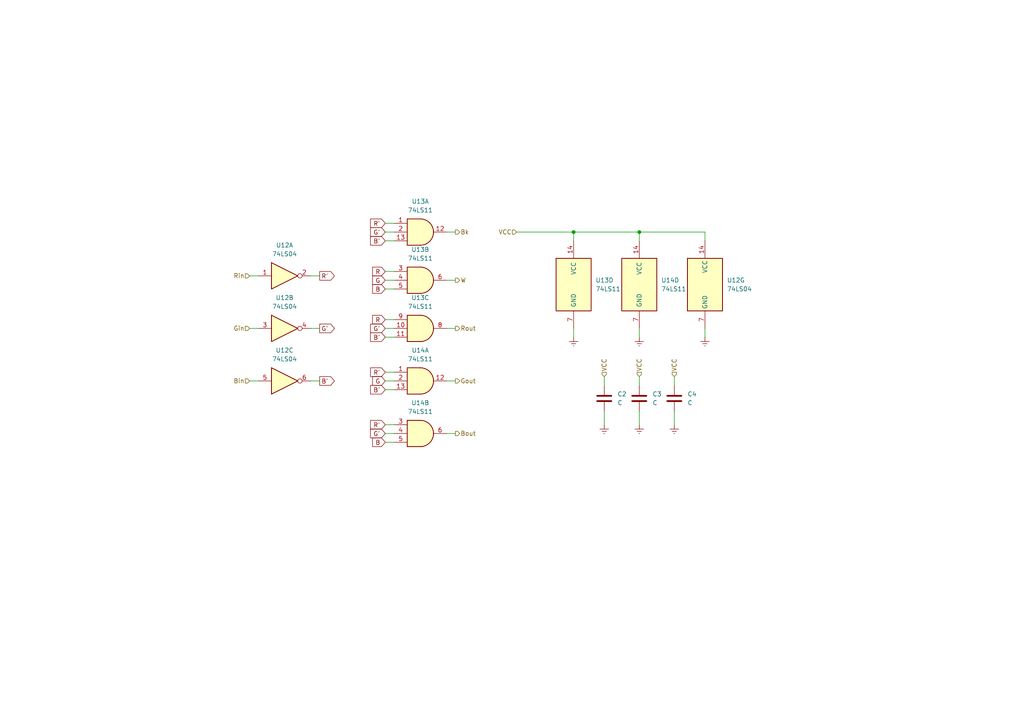
<source format=kicad_sch>
(kicad_sch (version 20230121) (generator eeschema)
  (paper "A4")
  (lib_symbols
    (symbol "74xx:74LS04"
      (property "Reference" "U" (at 0 1.27 0))
      (property "Value" "74LS04" (at 0 -1.27 0))
      (symbol "74LS04_1_0"
        (polyline (pts (xy -3.81 3.81) (xy -3.81 -3.81) (xy 3.81 0) (xy -3.81 3.81)) (stroke (width 0.254)) (fill (type background)))
        (pin input line (at -7.62 0 0) (length 3.81) (name "~") (number "1"))
        (pin output inverted (at 7.62 0 180) (length 3.81) (name "~") (number "2"))
      )
      (symbol "74LS04_2_0"
        (polyline (pts (xy -3.81 3.81) (xy -3.81 -3.81) (xy 3.81 0) (xy -3.81 3.81)) (stroke (width 0.254)) (fill (type background)))
        (pin input line (at -7.62 0 0) (length 3.81) (name "~") (number "3"))
        (pin output inverted (at 7.62 0 180) (length 3.81) (name "~") (number "4"))
      )
      (symbol "74LS04_3_0"
        (polyline (pts (xy -3.81 3.81) (xy -3.81 -3.81) (xy 3.81 0) (xy -3.81 3.81)) (stroke (width 0.254)) (fill (type background)))
        (pin input line (at -7.62 0 0) (length 3.81) (name "~") (number "5"))
        (pin output inverted (at 7.62 0 180) (length 3.81) (name "~") (number "6"))
      )
      (symbol "74LS04_4_0"
        (polyline (pts (xy -3.81 3.81) (xy -3.81 -3.81) (xy 3.81 0) (xy -3.81 3.81)) (stroke (width 0.254)) (fill (type background)))
        (pin output inverted (at 7.62 0 180) (length 3.81) (name "~") (number "8"))
        (pin input line (at -7.62 0 0) (length 3.81) (name "~") (number "9"))
      )
      (symbol "74LS04_5_0"
        (polyline (pts (xy -3.81 3.81) (xy -3.81 -3.81) (xy 3.81 0) (xy -3.81 3.81)) (stroke (width 0.254)) (fill (type background)))
        (pin output inverted (at 7.62 0 180) (length 3.81) (name "~") (number "10"))
        (pin input line (at -7.62 0 0) (length 3.81) (name "~") (number "11"))
      )
      (symbol "74LS04_6_0"
        (polyline (pts (xy -3.81 3.81) (xy -3.81 -3.81) (xy 3.81 0) (xy -3.81 3.81)) (stroke (width 0.254)) (fill (type background)))
        (pin output inverted (at 7.62 0 180) (length 3.81) (name "~") (number "12"))
        (pin input line (at -7.62 0 0) (length 3.81) (name "~") (number "13"))
      )
      (symbol "74LS04_7_0"
        (pin power_in line (at 0 12.7 270) (length 5.08) (name "VCC") (number "14"))
        (pin power_in line (at 0 -12.7 90) (length 5.08) (name "GND") (number "7"))
      )
      (symbol "74LS04_7_1"
        (rectangle (start -5.08 7.62) (end 5.08 -7.62) (stroke (width 0.254)) (fill (type background)))
      )
    )
    (symbol "74xx:74LS11" (pin_names (offset 1.016))
      (property "Reference" "U" (at 0 1.27 0))
      (property "Value" "74LS11" (at 0 -1.27 0))
      (symbol "74LS11_1_1"
        (arc (start 0 -3.81) (mid 3.7934 0) (end 0 3.81) (stroke (width 0.254)) (fill (type background)))
        (polyline (pts (xy 0 3.81) (xy -3.81 3.81) (xy -3.81 -3.81) (xy 0 -3.81)) (stroke (width 0.254)) (fill (type background)))
        (pin input line (at -7.62 2.54 0) (length 3.81) (name "~") (number "1"))
        (pin output line (at 7.62 0 180) (length 3.81) (name "~") (number "12"))
        (pin input line (at -7.62 -2.54 0) (length 3.81) (name "~") (number "13"))
        (pin input line (at -7.62 0 0) (length 3.81) (name "~") (number "2"))
      )
      (symbol "74LS11_1_2"
        (arc (start -3.81 -3.81) (mid -2.589 0) (end -3.81 3.81) (stroke (width 0.254)))
        (arc (start -0.6096 -3.81) (mid 2.1842 -2.5851) (end 3.81 0) (stroke (width 0.254)) (fill (type background)))
        (polyline (pts (xy -3.81 -3.81) (xy -0.635 -3.81)) (stroke (width 0.254)) (fill (type background)))
        (polyline (pts (xy -3.81 3.81) (xy -0.635 3.81)) (stroke (width 0.254)) (fill (type background)))
        (polyline (pts (xy -0.635 3.81) (xy -3.81 3.81) (xy -3.81 3.81) (xy -3.556 3.4036) (xy -3.0226 2.2606) (xy -2.6924 1.0414) (xy -2.6162 -0.254) (xy -2.7686 -1.4986) (xy -3.175 -2.7178) (xy -3.81 -3.81) (xy -3.81 -3.81) (xy -0.635 -3.81)) (stroke (width -25.4)) (fill (type background)))
        (arc (start 3.81 0) (mid 2.1915 2.5936) (end -0.6096 3.81) (stroke (width 0.254)) (fill (type background)))
        (pin input inverted (at -7.62 2.54 0) (length 4.318) (name "~") (number "1"))
        (pin output inverted (at 7.62 0 180) (length 3.81) (name "~") (number "12"))
        (pin input inverted (at -7.62 -2.54 0) (length 4.318) (name "~") (number "13"))
        (pin input inverted (at -7.62 0 0) (length 4.953) (name "~") (number "2"))
      )
      (symbol "74LS11_2_1"
        (arc (start 0 -3.81) (mid 3.7934 0) (end 0 3.81) (stroke (width 0.254)) (fill (type background)))
        (polyline (pts (xy 0 3.81) (xy -3.81 3.81) (xy -3.81 -3.81) (xy 0 -3.81)) (stroke (width 0.254)) (fill (type background)))
        (pin input line (at -7.62 2.54 0) (length 3.81) (name "~") (number "3"))
        (pin input line (at -7.62 0 0) (length 3.81) (name "~") (number "4"))
        (pin input line (at -7.62 -2.54 0) (length 3.81) (name "~") (number "5"))
        (pin output line (at 7.62 0 180) (length 3.81) (name "~") (number "6"))
      )
      (symbol "74LS11_2_2"
        (arc (start -3.81 -3.81) (mid -2.589 0) (end -3.81 3.81) (stroke (width 0.254)))
        (arc (start -0.6096 -3.81) (mid 2.1842 -2.5851) (end 3.81 0) (stroke (width 0.254)) (fill (type background)))
        (polyline (pts (xy -3.81 -3.81) (xy -0.635 -3.81)) (stroke (width 0.254)) (fill (type background)))
        (polyline (pts (xy -3.81 3.81) (xy -0.635 3.81)) (stroke (width 0.254)) (fill (type background)))
        (polyline (pts (xy -0.635 3.81) (xy -3.81 3.81) (xy -3.81 3.81) (xy -3.556 3.4036) (xy -3.0226 2.2606) (xy -2.6924 1.0414) (xy -2.6162 -0.254) (xy -2.7686 -1.4986) (xy -3.175 -2.7178) (xy -3.81 -3.81) (xy -3.81 -3.81) (xy -0.635 -3.81)) (stroke (width -25.4)) (fill (type background)))
        (arc (start 3.81 0) (mid 2.1915 2.5936) (end -0.6096 3.81) (stroke (width 0.254)) (fill (type background)))
        (pin input inverted (at -7.62 2.54 0) (length 4.318) (name "~") (number "3"))
        (pin input inverted (at -7.62 0 0) (length 4.953) (name "~") (number "4"))
        (pin input inverted (at -7.62 -2.54 0) (length 4.318) (name "~") (number "5"))
        (pin output inverted (at 7.62 0 180) (length 3.81) (name "~") (number "6"))
      )
      (symbol "74LS11_3_1"
        (arc (start 0 -3.81) (mid 3.7934 0) (end 0 3.81) (stroke (width 0.254)) (fill (type background)))
        (polyline (pts (xy 0 3.81) (xy -3.81 3.81) (xy -3.81 -3.81) (xy 0 -3.81)) (stroke (width 0.254)) (fill (type background)))
        (pin input line (at -7.62 0 0) (length 3.81) (name "~") (number "10"))
        (pin input line (at -7.62 -2.54 0) (length 3.81) (name "~") (number "11"))
        (pin output line (at 7.62 0 180) (length 3.81) (name "~") (number "8"))
        (pin input line (at -7.62 2.54 0) (length 3.81) (name "~") (number "9"))
      )
      (symbol "74LS11_3_2"
        (arc (start -3.81 -3.81) (mid -2.589 0) (end -3.81 3.81) (stroke (width 0.254)))
        (arc (start -0.6096 -3.81) (mid 2.1842 -2.5851) (end 3.81 0) (stroke (width 0.254)) (fill (type background)))
        (polyline (pts (xy -3.81 -3.81) (xy -0.635 -3.81)) (stroke (width 0.254)) (fill (type background)))
        (polyline (pts (xy -3.81 3.81) (xy -0.635 3.81)) (stroke (width 0.254)) (fill (type background)))
        (polyline (pts (xy -0.635 3.81) (xy -3.81 3.81) (xy -3.81 3.81) (xy -3.556 3.4036) (xy -3.0226 2.2606) (xy -2.6924 1.0414) (xy -2.6162 -0.254) (xy -2.7686 -1.4986) (xy -3.175 -2.7178) (xy -3.81 -3.81) (xy -3.81 -3.81) (xy -0.635 -3.81)) (stroke (width -25.4)) (fill (type background)))
        (arc (start 3.81 0) (mid 2.1915 2.5936) (end -0.6096 3.81) (stroke (width 0.254)) (fill (type background)))
        (pin input inverted (at -7.62 0 0) (length 4.953) (name "~") (number "10"))
        (pin input inverted (at -7.62 -2.54 0) (length 4.318) (name "~") (number "11"))
        (pin output inverted (at 7.62 0 180) (length 3.81) (name "~") (number "8"))
        (pin input inverted (at -7.62 2.54 0) (length 4.318) (name "~") (number "9"))
      )
      (symbol "74LS11_4_0"
        (pin power_in line (at 0 12.7 270) (length 5.08) (name "VCC") (number "14"))
        (pin power_in line (at 0 -12.7 90) (length 5.08) (name "GND") (number "7"))
      )
      (symbol "74LS11_4_1"
        (rectangle (start -5.08 7.62) (end 5.08 -7.62) (stroke (width 0.254)) (fill (type background)))
      )
    )
    (symbol "Device:C" (pin_numbers hide) (pin_names (offset 0.254))
      (property "Reference" "C" (at 0.635 2.54 0))
      (property "Value" "C" (at 0.635 -2.54 0))
      (symbol "C_0_1"
        (polyline (pts (xy -2.032 -0.762) (xy 2.032 -0.762)) (stroke (width 0.508)))
        (polyline (pts (xy -2.032 0.762) (xy 2.032 0.762)) (stroke (width 0.508)))
      )
      (symbol "C_1_1"
        (pin passive line (at 0 3.81 270) (length 2.794) (name "~") (number "1"))
        (pin passive line (at 0 -3.81 90) (length 2.794) (name "~") (number "2"))
      )
    )
    (symbol "power:Earth" (power) (pin_names (offset 0))
      (symbol "Earth_0_1"
        (polyline (pts (xy -0.635 -1.905) (xy 0.635 -1.905)))
        (polyline (pts (xy -0.127 -2.54) (xy 0.127 -2.54)))
        (polyline (pts (xy 0 -1.27) (xy 0 0)))
        (polyline (pts (xy 1.27 -1.27) (xy -1.27 -1.27)))
      )
      (symbol "Earth_1_1"
        (pin power_in line (at 0 0 270) (length 0) hide (name "Earth") (number "1"))
      )
    )
  )
  (junction (at 185.42 67.31))
  (junction (at 166.37 67.31))
  (wire (pts (xy 111.76 125.73) (xy 114.3 125.73)))
  (wire (pts (xy 111.76 64.77) (xy 114.3 64.77)))
  (wire (pts (xy 111.76 107.95) (xy 114.3 107.95)))
  (wire (pts (xy 111.76 110.49) (xy 114.3 110.49)))
  (wire (pts (xy 111.76 67.31) (xy 114.3 67.31)))
  (wire (pts (xy 111.76 81.28) (xy 114.3 81.28)))
  (wire (pts (xy 111.76 83.82) (xy 114.3 83.82)))
  (wire (pts (xy 72.39 80.01) (xy 74.93 80.01)))
  (wire (pts (xy 111.76 95.25) (xy 114.3 95.25)))
  (wire (pts (xy 111.76 69.85) (xy 114.3 69.85)))
  (wire (pts (xy 129.54 67.31) (xy 132.08 67.31)))
  (wire (pts (xy 129.54 125.73) (xy 132.08 125.73)))
  (wire (pts (xy 111.76 113.03) (xy 114.3 113.03)))
  (wire (pts (xy 90.17 95.25) (xy 92.71 95.25)))
  (wire (pts (xy 204.47 95.25) (xy 204.47 97.79)))
  (wire (pts (xy 111.76 78.74) (xy 114.3 78.74)))
  (wire (pts (xy 72.39 95.25) (xy 74.93 95.25)))
  (wire (pts (xy 129.54 95.25) (xy 132.08 95.25)))
  (wire (pts (xy 90.17 80.01) (xy 92.71 80.01)))
  (wire (pts (xy 175.26 109.22) (xy 175.26 111.76)))
  (wire (pts (xy 129.54 110.49) (xy 132.08 110.49)))
  (wire (pts (xy 166.37 95.25) (xy 166.37 97.79)))
  (wire (pts (xy 72.39 110.49) (xy 74.93 110.49)))
  (wire (pts (xy 195.58 119.38) (xy 195.58 123.19)))
  (wire (pts (xy 185.42 67.31) (xy 185.42 69.85)))
  (wire (pts (xy 90.17 110.49) (xy 92.71 110.49)))
  (wire (pts (xy 195.58 109.22) (xy 195.58 111.76)))
  (wire (pts (xy 166.37 67.31) (xy 166.37 69.85)))
  (wire (pts (xy 129.54 81.28) (xy 132.08 81.28)))
  (wire (pts (xy 111.76 92.71) (xy 114.3 92.71)))
  (wire (pts (xy 111.76 128.27) (xy 114.3 128.27)))
  (wire (pts (xy 111.76 123.19) (xy 114.3 123.19)))
  (wire (pts (xy 185.42 119.38) (xy 185.42 123.19)))
  (wire (pts (xy 175.26 119.38) (xy 175.26 123.19)))
  (wire (pts (xy 149.86 67.31) (xy 166.37 67.31)))
  (wire (pts (xy 185.42 109.22) (xy 185.42 111.76)))
  (wire (pts (xy 166.37 67.31) (xy 185.42 67.31)))
  (wire (pts (xy 204.47 69.85) (xy 204.47 67.31)))
  (wire (pts (xy 185.42 95.25) (xy 185.42 97.79)))
  (wire (pts (xy 111.76 97.79) (xy 114.3 97.79)))
  (wire (pts (xy 204.47 67.31) (xy 185.42 67.31)))
  (global_label "B'" (shape input) (at 111.76 69.85 180) (property "Intersheetrefs" "${INTERSHEET_REFS}" (effects hide)))
  (global_label "R'" (shape input) (at 111.76 64.77 180) (property "Intersheetrefs" "${INTERSHEET_REFS}" (effects hide)))
  (global_label "R'" (shape output) (at 92.71 80.01 0) (property "Intersheetrefs" "${INTERSHEET_REFS}" (effects hide)))
  (global_label "B'" (shape input) (at 111.76 97.79 180) (property "Intersheetrefs" "${INTERSHEET_REFS}" (effects hide)))
  (global_label "R" (shape input) (at 111.76 78.74 180) (property "Intersheetrefs" "${INTERSHEET_REFS}" (effects hide)))
  (global_label "G" (shape input) (at 111.76 110.49 180) (property "Intersheetrefs" "${INTERSHEET_REFS}" (effects hide)))
  (global_label "G'" (shape input) (at 111.76 95.25 180) (property "Intersheetrefs" "${INTERSHEET_REFS}" (effects hide)))
  (global_label "B" (shape input) (at 111.76 83.82 180) (property "Intersheetrefs" "${INTERSHEET_REFS}" (effects hide)))
  (global_label "G'" (shape input) (at 111.76 67.31 180) (property "Intersheetrefs" "${INTERSHEET_REFS}" (effects hide)))
  (global_label "G'" (shape output) (at 92.71 95.25 0) (property "Intersheetrefs" "${INTERSHEET_REFS}" (effects hide)))
  (global_label "R" (shape input) (at 111.76 92.71 180) (property "Intersheetrefs" "${INTERSHEET_REFS}" (effects hide)))
  (global_label "R'" (shape input) (at 111.76 123.19 180) (property "Intersheetrefs" "${INTERSHEET_REFS}" (effects hide)))
  (global_label "R'" (shape input) (at 111.76 107.95 180) (property "Intersheetrefs" "${INTERSHEET_REFS}" (effects hide)))
  (global_label "G'" (shape input) (at 111.76 125.73 180) (property "Intersheetrefs" "${INTERSHEET_REFS}" (effects hide)))
  (global_label "B" (shape input) (at 111.76 128.27 180) (property "Intersheetrefs" "${INTERSHEET_REFS}" (effects hide)))
  (global_label "G" (shape input) (at 111.76 81.28 180) (property "Intersheetrefs" "${INTERSHEET_REFS}" (effects hide)))
  (global_label "B'" (shape output) (at 92.71 110.49 0) (property "Intersheetrefs" "${INTERSHEET_REFS}" (effects hide)))
  (global_label "B'" (shape input) (at 111.76 113.03 180) (property "Intersheetrefs" "${INTERSHEET_REFS}" (effects hide)))
  (hierarchical_label "Bk" (shape output) (at 132.08 67.31 0))
  (hierarchical_label "VCC" (shape input) (at 175.26 109.22 90))
  (hierarchical_label "Bin" (shape input) (at 72.39 110.49 180))
  (hierarchical_label "Bout" (shape output) (at 132.08 125.73 0))
  (hierarchical_label "VCC" (shape input) (at 149.86 67.31 180))
  (hierarchical_label "W" (shape output) (at 132.08 81.28 0))
  (hierarchical_label "Gin" (shape input) (at 72.39 95.25 180))
  (hierarchical_label "VCC" (shape input) (at 195.58 109.22 90))
  (hierarchical_label "Rout" (shape output) (at 132.08 95.25 0))
  (hierarchical_label "VCC" (shape input) (at 185.42 109.22 90))
  (hierarchical_label "Rin" (shape input) (at 72.39 80.01 180))
  (hierarchical_label "Gout" (shape output) (at 132.08 110.49 0))
  (symbol (lib_id "Device:C") (at 185.42 115.57 0) (unit 1)
    (property "Reference" "C3" (at 189.23 114.3 0) (effects (justify left)))
    (property "Value" "C" (at 189.23 116.84 0) (effects (justify left)))
  )
  (symbol (lib_id "power:Earth") (at 175.26 123.19 0) (unit 1)
    (property "Reference" "#PWR018" (effects hide))
    (property "Value" "Earth" (effects hide))
  )
  (symbol (lib_id "power:Earth") (at 185.42 97.79 0) (unit 1)
    (property "Reference" "#PWR019" (effects hide))
    (property "Value" "Earth" (effects hide))
  )
  (symbol (lib_id "74xx:74LS11") (at 121.92 125.73 0) (unit 2)
    (property "Reference" "U14" (at 121.9117 116.84 0))
    (property "Value" "74LS11" (at 121.9117 119.38 0))
    (property "Datasheet" "http://www.ti.com/lit/gpn/sn74LS11" (effects hide))
  )
  (symbol (lib_id "74xx:74LS04") (at 204.47 82.55 0) (unit 7)
    (property "Reference" "U12" (at 210.82 81.28 0) (effects (justify left)))
    (property "Value" "74LS04" (at 210.82 83.82 0) (effects (justify left)))
    (property "Datasheet" "http://www.ti.com/lit/gpn/sn74LS04" (effects hide))
  )
  (symbol (lib_id "power:Earth") (at 204.47 97.79 0) (unit 1)
    (property "Reference" "#PWR022" (effects hide))
    (property "Value" "Earth" (effects hide))
  )
  (symbol (lib_id "74xx:74LS04") (at 82.55 80.01 0) (unit 1)
    (property "Reference" "U12" (at 82.55 71.12 0))
    (property "Value" "74LS04" (at 82.55 73.66 0))
    (property "Datasheet" "http://www.ti.com/lit/gpn/sn74LS04" (effects hide))
  )
  (symbol (lib_id "power:Earth") (at 195.58 123.19 0) (unit 1)
    (property "Reference" "#PWR021" (effects hide))
    (property "Value" "Earth" (effects hide))
  )
  (symbol (lib_id "74xx:74LS11") (at 166.37 82.55 0) (unit 4)
    (property "Reference" "U13" (at 172.72 81.28 0) (effects (justify left)))
    (property "Value" "74LS11" (at 172.72 83.82 0) (effects (justify left)))
    (property "Datasheet" "http://www.ti.com/lit/gpn/sn74LS11" (effects hide))
  )
  (symbol (lib_id "74xx:74LS11") (at 121.92 67.31 0) (unit 1)
    (property "Reference" "U13" (at 121.9117 58.42 0))
    (property "Value" "74LS11" (at 121.9117 60.96 0))
    (property "Datasheet" "http://www.ti.com/lit/gpn/sn74LS11" (effects hide))
  )
  (symbol (lib_id "74xx:74LS11") (at 185.42 82.55 0) (unit 4)
    (property "Reference" "U14" (at 191.77 81.28 0) (effects (justify left)))
    (property "Value" "74LS11" (at 191.77 83.82 0) (effects (justify left)))
    (property "Datasheet" "http://www.ti.com/lit/gpn/sn74LS11" (effects hide))
  )
  (symbol (lib_id "74xx:74LS11") (at 121.92 81.28 0) (unit 2)
    (property "Reference" "U13" (at 121.9117 72.39 0))
    (property "Value" "74LS11" (at 121.9117 74.93 0))
    (property "Datasheet" "http://www.ti.com/lit/gpn/sn74LS11" (effects hide))
  )
  (symbol (lib_id "power:Earth") (at 166.37 97.79 0) (unit 1)
    (property "Reference" "#PWR017" (effects hide))
    (property "Value" "Earth" (effects hide))
  )
  (symbol (lib_id "Device:C") (at 195.58 115.57 0) (unit 1)
    (property "Reference" "C4" (at 199.39 114.3 0) (effects (justify left)))
    (property "Value" "C" (at 199.39 116.84 0) (effects (justify left)))
  )
  (symbol (lib_id "Device:C") (at 175.26 115.57 0) (unit 1)
    (property "Reference" "C2" (at 179.07 114.3 0) (effects (justify left)))
    (property "Value" "C" (at 179.07 116.84 0) (effects (justify left)))
  )
  (symbol (lib_id "74xx:74LS11") (at 121.92 110.49 0) (unit 1)
    (property "Reference" "U14" (at 121.9117 101.6 0))
    (property "Value" "74LS11" (at 121.9117 104.14 0))
    (property "Datasheet" "http://www.ti.com/lit/gpn/sn74LS11" (effects hide))
  )
  (symbol (lib_id "74xx:74LS11") (at 121.92 95.25 0) (unit 3)
    (property "Reference" "U13" (at 121.9117 86.36 0))
    (property "Value" "74LS11" (at 121.9117 88.9 0))
    (property "Datasheet" "http://www.ti.com/lit/gpn/sn74LS11" (effects hide))
  )
  (symbol (lib_id "power:Earth") (at 185.42 123.19 0) (unit 1)
    (property "Reference" "#PWR020" (effects hide))
    (property "Value" "Earth" (effects hide))
  )
  (symbol (lib_id "74xx:74LS04") (at 82.55 95.25 0) (unit 2)
    (property "Reference" "U12" (at 82.55 86.36 0))
    (property "Value" "74LS04" (at 82.55 88.9 0))
    (property "Datasheet" "http://www.ti.com/lit/gpn/sn74LS04" (effects hide))
  )
  (symbol (lib_id "74xx:74LS04") (at 82.55 110.49 0) (unit 3)
    (property "Reference" "U12" (at 82.55 101.6 0))
    (property "Value" "74LS04" (at 82.55 104.14 0))
    (property "Datasheet" "http://www.ti.com/lit/gpn/sn74LS04" (effects hide))
  )
)
</source>
